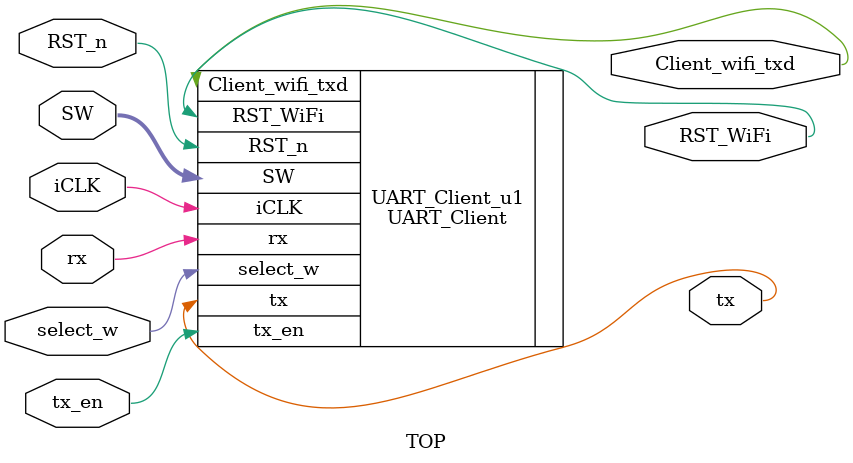
<source format=v>
module TOP(
			input iCLK,RST_n,
			input select_w,tx_en,
			input [2:0] SW,
			input rx,
			output tx,
			output Client_wifi_txd,
			output RST_WiFi
			);
			
UART_Client UART_Client_u1(
					.iCLK(iCLK),
					.RST_n(RST_n),
					.select_w(select_w),
					.tx_en(tx_en),
					.SW(SW),
					.rx(rx),
					.tx(tx),
					.Client_wifi_txd(Client_wifi_txd),
					.RST_WiFi(RST_WiFi)
					);
			
endmodule


</source>
